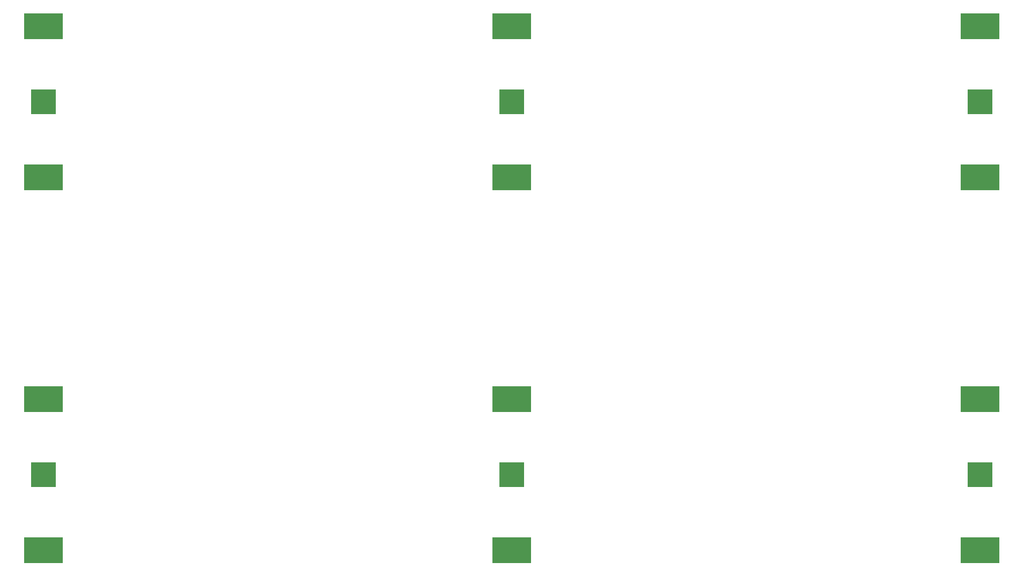
<source format=gbp>
G04 EAGLE Gerber RS-274X export*
G75*
%MOMM*%
%FSLAX34Y34*%
%LPD*%
%INSolderpaste Bottom*%
%IPPOS*%
%AMOC8*
5,1,8,0,0,1.08239X$1,22.5*%
G01*
%ADD10R,4.000000X4.000000*%
%ADD11R,6.096000X4.064000*%


D10*
X215900Y292100D03*
D11*
X215900Y172720D03*
X215900Y411480D03*
D10*
X955040Y292100D03*
D11*
X955040Y172720D03*
X955040Y411480D03*
D10*
X1694180Y292100D03*
D11*
X1694180Y172720D03*
X1694180Y411480D03*
D10*
X215900Y881380D03*
D11*
X215900Y762000D03*
X215900Y1000760D03*
D10*
X955040Y881380D03*
D11*
X955040Y762000D03*
X955040Y1000760D03*
D10*
X1694180Y881380D03*
D11*
X1694180Y762000D03*
X1694180Y1000760D03*
M02*

</source>
